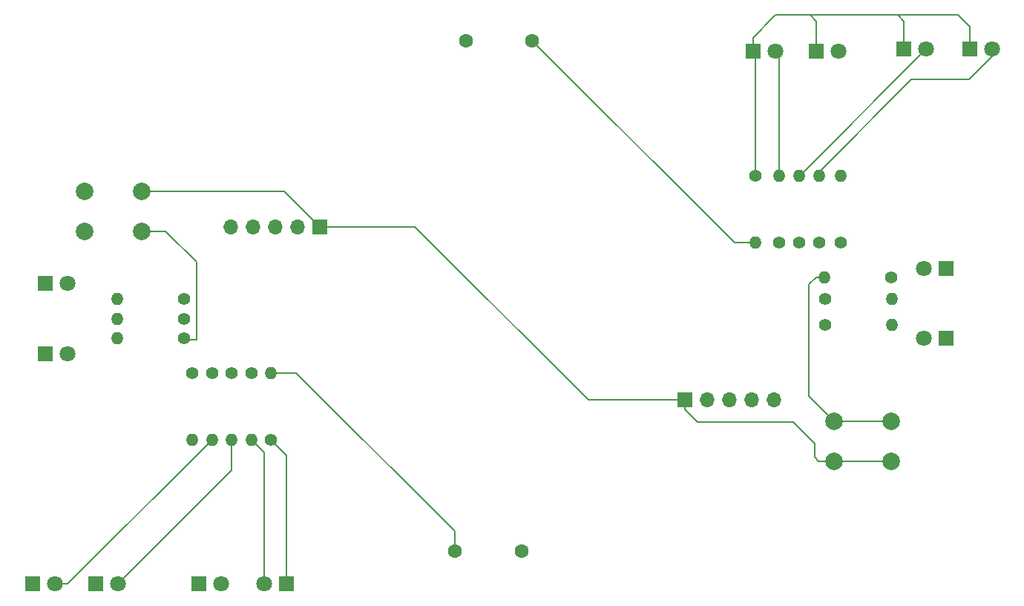
<source format=gbl>
%TF.GenerationSoftware,KiCad,Pcbnew,9.0.0*%
%TF.CreationDate,2025-07-05T08:14:35+06:00*%
%TF.ProjectId,uart,75617274-2e6b-4696-9361-645f70636258,rev?*%
%TF.SameCoordinates,Original*%
%TF.FileFunction,Copper,L2,Bot*%
%TF.FilePolarity,Positive*%
%FSLAX46Y46*%
G04 Gerber Fmt 4.6, Leading zero omitted, Abs format (unit mm)*
G04 Created by KiCad (PCBNEW 9.0.0) date 2025-07-05 08:14:35*
%MOMM*%
%LPD*%
G01*
G04 APERTURE LIST*
%TA.AperFunction,ComponentPad*%
%ADD10C,1.600000*%
%TD*%
%TA.AperFunction,ComponentPad*%
%ADD11C,1.400000*%
%TD*%
%TA.AperFunction,ComponentPad*%
%ADD12O,1.400000X1.400000*%
%TD*%
%TA.AperFunction,ComponentPad*%
%ADD13R,1.800000X1.800000*%
%TD*%
%TA.AperFunction,ComponentPad*%
%ADD14C,1.800000*%
%TD*%
%TA.AperFunction,ComponentPad*%
%ADD15R,1.700000X1.700000*%
%TD*%
%TA.AperFunction,ComponentPad*%
%ADD16O,1.700000X1.700000*%
%TD*%
%TA.AperFunction,ComponentPad*%
%ADD17C,2.000000*%
%TD*%
%TA.AperFunction,Conductor*%
%ADD18C,0.200000*%
%TD*%
G04 APERTURE END LIST*
D10*
%TO.P,photoresistor,1*%
%TO.N,+3.3V*%
X157700000Y-73250000D03*
%TO.P,photoresistor,2*%
%TO.N,Net-(U2-PB0)*%
X165300000Y-73250000D03*
%TD*%
D11*
%TO.P,R6-S2,1*%
%TO.N,Net-(U2-PA1)*%
X198690000Y-102750000D03*
D12*
%TO.P,R6-S2,2*%
%TO.N,/Blink On Receive S2*%
X206310000Y-102750000D03*
%TD*%
D11*
%TO.P,R1,1*%
%TO.N,Net-(U1-PA0)*%
X125560000Y-102750000D03*
D12*
%TO.P,R1,2*%
%TO.N,/Blink On Send S1*%
X117940000Y-102750000D03*
%TD*%
D13*
%TO.P,Received bit,1,K*%
%TO.N,GND*%
X212525000Y-99250000D03*
D14*
%TO.P,Received bit,2,A*%
%TO.N,/Blink On Receive S2*%
X209985000Y-99250000D03*
%TD*%
D11*
%TO.P,R14,1*%
%TO.N,Net-(U1-PA4)*%
X126500000Y-111190000D03*
D12*
%TO.P,R14,2*%
%TO.N,/LSB data of S1*%
X126500000Y-118810000D03*
%TD*%
D11*
%TO.P,R4,1*%
%TO.N,Net-(U1-PA6)*%
X131000000Y-111190000D03*
D12*
%TO.P,R4,2*%
%TO.N,/Toggle on External Interrupt S1*%
X131000000Y-118810000D03*
%TD*%
D13*
%TO.P,LSB,1,K*%
%TO.N,GND*%
X197725000Y-74500000D03*
D14*
%TO.P,LSB,2,A*%
%TO.N,/LSB of data S2*%
X200265000Y-74500000D03*
%TD*%
D11*
%TO.P,R13,1*%
%TO.N,Net-(U1-PA7)*%
X133250000Y-111190000D03*
D12*
%TO.P,R13,2*%
%TO.N,/MSB data by Timer S1*%
X133250000Y-118810000D03*
%TD*%
D13*
%TO.P,Sent bit,1,K*%
%TO.N,GND*%
X109725000Y-101000000D03*
D14*
%TO.P,Sent bit,2,A*%
%TO.N,/Blink On Send S1*%
X112265000Y-101000000D03*
%TD*%
D13*
%TO.P,Received bit,1,K*%
%TO.N,GND*%
X109725000Y-109000000D03*
D14*
%TO.P,Received bit,2,A*%
%TO.N,/Blink On Receive S1*%
X112265000Y-109000000D03*
%TD*%
D13*
%TO.P,Toggle,1,K*%
%TO.N,GND*%
X115500000Y-135250000D03*
D14*
%TO.P,Toggle,2,A*%
%TO.N,/Toggle on External Interrupt S1*%
X118040000Y-135250000D03*
%TD*%
D11*
%TO.P,R7-S2,1*%
%TO.N,Net-(U2-PA5)*%
X198000000Y-96310000D03*
D12*
%TO.P,R7-S2,2*%
%TO.N,/Output Photo S2*%
X198000000Y-88690000D03*
%TD*%
D15*
%TO.P,J1,1,Pin_1*%
%TO.N,+3.3V*%
X141050000Y-94525000D03*
D16*
%TO.P,J1,2,Pin_2*%
%TO.N,Net-(J1-Pin_2)*%
X138510000Y-94525000D03*
%TO.P,J1,3,Pin_3*%
%TO.N,Net-(J1-Pin_3)*%
X135970000Y-94525000D03*
%TO.P,J1,4,Pin_4*%
%TO.N,unconnected-(J1-Pin_4-Pad4)*%
X133430000Y-94525000D03*
%TO.P,J1,5,Pin_5*%
%TO.N,GND*%
X130890000Y-94525000D03*
%TD*%
D11*
%TO.P,R2,1*%
%TO.N,Net-(U1-PA1)*%
X125560000Y-105000000D03*
D12*
%TO.P,R2,2*%
%TO.N,/Blink On Receive S1*%
X117940000Y-105000000D03*
%TD*%
D11*
%TO.P,R11-S2,1*%
%TO.N,Net-(U2-PA7)*%
X193500000Y-96310000D03*
D12*
%TO.P,R11-S2,2*%
%TO.N,/MSB data by Timer S2*%
X193500000Y-88690000D03*
%TD*%
D13*
%TO.P,Toggle,1,K*%
%TO.N,GND*%
X207725000Y-74250000D03*
D14*
%TO.P,Toggle,2,A*%
%TO.N,/Toggle on External Interrupt S2*%
X210265000Y-74250000D03*
%TD*%
D11*
%TO.P,R12-S2,1*%
%TO.N,Net-(U2-PA4)*%
X200500000Y-96310000D03*
D12*
%TO.P,R12-S2,2*%
%TO.N,/LSB of data S2*%
X200500000Y-88690000D03*
%TD*%
D11*
%TO.P,R10,1*%
%TO.N,Net-(U1-PA2)*%
X125560000Y-107250000D03*
D12*
%TO.P,R10,2*%
%TO.N,GND*%
X117940000Y-107250000D03*
%TD*%
D11*
%TO.P,R9-S3,1*%
%TO.N,GND*%
X206250000Y-100250000D03*
D12*
%TO.P,R9-S3,2*%
%TO.N,Net-(U2-PA2)*%
X198630000Y-100250000D03*
%TD*%
D11*
%TO.P,R3,1*%
%TO.N,Net-(U1-PA5)*%
X128750000Y-111190000D03*
D12*
%TO.P,R3,2*%
%TO.N,/Output Photo S1*%
X128750000Y-118810000D03*
%TD*%
D13*
%TO.P,Sent bit,1,K*%
%TO.N,GND*%
X212525000Y-107250000D03*
D14*
%TO.P,Sent bit,2,A*%
%TO.N,/Blink On Send S2*%
X209985000Y-107250000D03*
%TD*%
D13*
%TO.P,LSB,1,K*%
%TO.N,GND*%
X127225000Y-135250000D03*
D14*
%TO.P,LSB,2,A*%
%TO.N,/LSB data of S1*%
X129765000Y-135250000D03*
%TD*%
D13*
%TO.P,MSB,1,K*%
%TO.N,GND*%
X137275000Y-135250000D03*
D14*
%TO.P,MSB,2,A*%
%TO.N,/MSB data by Timer S1*%
X134735000Y-135250000D03*
%TD*%
D11*
%TO.P,R5-S2,1*%
%TO.N,Net-(U2-PA0)*%
X198690000Y-105750000D03*
D12*
%TO.P,R5-S2,2*%
%TO.N,/Blink On Send S2*%
X206310000Y-105750000D03*
%TD*%
D11*
%TO.P,R18,1*%
%TO.N,GND*%
X135500000Y-118810000D03*
D12*
%TO.P,R18,2*%
%TO.N,Net-(U1-PB0)*%
X135500000Y-111190000D03*
%TD*%
D17*
%TO.P,Switch,1,1*%
%TO.N,Net-(U2-PA2)*%
X199750000Y-116750000D03*
X206250000Y-116750000D03*
%TO.P,Switch,2,2*%
%TO.N,+3.3V*%
X199750000Y-121250000D03*
X206250000Y-121250000D03*
%TD*%
D10*
%TO.P,photoresistor,1*%
%TO.N,+3.3V*%
X164050000Y-131500000D03*
%TO.P,photoresistor,2*%
%TO.N,Net-(U1-PB0)*%
X156450000Y-131500000D03*
%TD*%
D13*
%TO.P,Output,1,K*%
%TO.N,GND*%
X215225000Y-74250000D03*
D14*
%TO.P,Output,2,A*%
%TO.N,/Output Photo S2*%
X217765000Y-74250000D03*
%TD*%
D11*
%TO.P,R8-S2,1*%
%TO.N,Net-(U2-PA6)*%
X195750000Y-96310000D03*
D12*
%TO.P,R8-S2,2*%
%TO.N,/Toggle on External Interrupt S2*%
X195750000Y-88690000D03*
%TD*%
D15*
%TO.P,J2,1,Pin_1*%
%TO.N,+3.3V*%
X182700000Y-114225000D03*
D16*
%TO.P,J2,2,Pin_2*%
%TO.N,Net-(J2-Pin_2)*%
X185240000Y-114225000D03*
%TO.P,J2,3,Pin_3*%
%TO.N,Net-(J2-Pin_3)*%
X187780000Y-114225000D03*
%TO.P,J2,4,Pin_4*%
%TO.N,unconnected-(J2-Pin_4-Pad4)*%
X190320000Y-114225000D03*
%TO.P,J2,5,Pin_5*%
%TO.N,GND*%
X192860000Y-114225000D03*
%TD*%
D13*
%TO.P,MSB,1,K*%
%TO.N,GND*%
X190475000Y-74500000D03*
D14*
%TO.P,MSB,2,A*%
%TO.N,/MSB data by Timer S2*%
X193015000Y-74500000D03*
%TD*%
D13*
%TO.P,Output,1,K*%
%TO.N,GND*%
X108250000Y-135250000D03*
D14*
%TO.P,Output,2,A*%
%TO.N,/Output Photo S1*%
X110790000Y-135250000D03*
%TD*%
D17*
%TO.P,Switch,1,1*%
%TO.N,Net-(U1-PA2)*%
X120750000Y-95000000D03*
X114250000Y-95000000D03*
%TO.P,Switch,2,2*%
%TO.N,+3.3V*%
X120750000Y-90500000D03*
X114250000Y-90500000D03*
%TD*%
D11*
%TO.P,R17-S2,1*%
%TO.N,GND*%
X190750000Y-88690000D03*
D12*
%TO.P,R17-S2,2*%
%TO.N,Net-(U2-PB0)*%
X190750000Y-96310000D03*
%TD*%
D18*
%TO.N,GND*%
X207000000Y-70358000D02*
X197000000Y-70358000D01*
X213868000Y-70358000D02*
X207000000Y-70358000D01*
X197725000Y-71083000D02*
X197000000Y-70358000D01*
X215225000Y-74250000D02*
X215225000Y-71715000D01*
X135500000Y-118810000D02*
X137275000Y-120585000D01*
X207725000Y-74250000D02*
X207725000Y-71083000D01*
X197725000Y-74500000D02*
X197725000Y-71083000D01*
X193040000Y-70358000D02*
X192786000Y-70612000D01*
X197000000Y-70358000D02*
X193040000Y-70358000D01*
X190750000Y-74775000D02*
X190475000Y-74500000D01*
X207725000Y-71083000D02*
X207000000Y-70358000D01*
X192786000Y-70612000D02*
X190475000Y-72923000D01*
X190750000Y-88690000D02*
X190750000Y-74775000D01*
X215225000Y-71715000D02*
X213868000Y-70358000D01*
X137275000Y-120585000D02*
X137275000Y-135250000D01*
X190475000Y-72923000D02*
X190475000Y-74500000D01*
%TO.N,/Output Photo S2*%
X198000000Y-88258000D02*
X208534000Y-77724000D01*
X215138000Y-77724000D02*
X217765000Y-75097000D01*
X217765000Y-75097000D02*
X217765000Y-74250000D01*
X198000000Y-88690000D02*
X198000000Y-88258000D01*
X208534000Y-77724000D02*
X215138000Y-77724000D01*
%TO.N,/Toggle on External Interrupt S2*%
X195750000Y-88690000D02*
X195825000Y-88690000D01*
X195825000Y-88690000D02*
X210265000Y-74250000D01*
%TO.N,/Output Photo S1*%
X128750000Y-118810000D02*
X112310000Y-135250000D01*
X112310000Y-135250000D02*
X110790000Y-135250000D01*
%TO.N,/Toggle on External Interrupt S1*%
X131000000Y-122290000D02*
X118040000Y-135250000D01*
X131000000Y-118810000D02*
X131000000Y-122290000D01*
%TO.N,/MSB data by Timer S1*%
X133250000Y-118810000D02*
X134735000Y-120295000D01*
X134735000Y-120295000D02*
X134735000Y-135250000D01*
%TO.N,/MSB data by Timer S2*%
X193500000Y-88690000D02*
X193500000Y-74985000D01*
X193500000Y-74985000D02*
X193015000Y-74500000D01*
%TO.N,+3.3V*%
X199750000Y-121250000D02*
X206250000Y-121250000D01*
X184150000Y-116840000D02*
X195072000Y-116840000D01*
X137025000Y-90500000D02*
X120750000Y-90500000D01*
X141050000Y-94525000D02*
X151929000Y-94525000D01*
X151929000Y-94525000D02*
X171704000Y-114300000D01*
X197500000Y-119268000D02*
X197500000Y-120792000D01*
X182700000Y-115390000D02*
X184150000Y-116840000D01*
X197500000Y-120792000D02*
X197958000Y-121250000D01*
X195072000Y-116840000D02*
X197500000Y-119268000D01*
X182700000Y-114225000D02*
X182700000Y-115390000D01*
X182625000Y-114300000D02*
X182700000Y-114225000D01*
X197958000Y-121250000D02*
X199750000Y-121250000D01*
X141050000Y-94525000D02*
X137025000Y-90500000D01*
X171704000Y-114300000D02*
X182625000Y-114300000D01*
%TO.N,Net-(U2-PB0)*%
X190750000Y-96310000D02*
X188360000Y-96310000D01*
X188360000Y-96310000D02*
X165300000Y-73250000D01*
%TO.N,Net-(U1-PB0)*%
X156450000Y-129272000D02*
X156450000Y-131500000D01*
X135500000Y-111190000D02*
X138368000Y-111190000D01*
X138368000Y-111190000D02*
X156450000Y-129272000D01*
%TO.N,Net-(U2-PA2)*%
X196850000Y-113850000D02*
X199750000Y-116750000D01*
X198630000Y-100250000D02*
X197692000Y-100250000D01*
X206250000Y-116750000D02*
X199750000Y-116750000D01*
X197692000Y-100250000D02*
X196850000Y-101092000D01*
X198630000Y-100250000D02*
X198630000Y-99820000D01*
X196850000Y-101092000D02*
X196850000Y-113850000D01*
%TO.N,Net-(U1-PA2)*%
X127000000Y-98552000D02*
X123448000Y-95000000D01*
X127000000Y-107442000D02*
X127000000Y-98552000D01*
X125752000Y-107442000D02*
X127000000Y-107442000D01*
X125560000Y-107250000D02*
X125752000Y-107442000D01*
X123448000Y-95000000D02*
X120750000Y-95000000D01*
%TD*%
M02*

</source>
